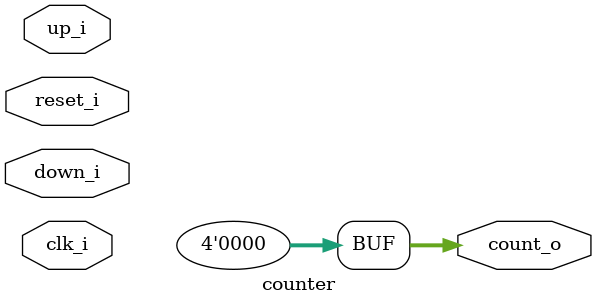
<source format=sv>
module counter
  #(parameter width_p = 4)
   (input [0:0] clk_i
   ,input [0:0] reset_i
   ,input [0:0] up_i
   ,input [0:0] down_i
   ,output [width_p-1:0] count_o);

   // Your code here:
  wire [0:0] enable;
  wire [0:0] new_up;
  wire [0:0] xor_out;
  wire [0:0] inv_count;
  wire [0:0] incdec_select;

  xor2
    #()
  xor_inst_enable
    (.a_i(up_i)
    ,.b_i(down_i)
    ,.c_o(enable)
    );

  //initial count_o <= 0; 
  assign count_o = 0;
  for (genvar i = 0; i < width_p-1; i++) begin: gen_counterLoop
    inv
      #()
    inv_inst
      (.a_i(count_o[i])
      ,.b_o(inv_count)
      );
    
    mux2
      #()
    mux2_inst
      (.a_i(count_o[i])
      ,.b_i(inv_count)
      ,.select_i(down_i)
      ,.c_o(incdec_select)
      );
    
    xor2
      #()
    xor_inst
      (.a_i(new_up)
      ,.b_i(incdec_select)
      ,.c_o(xor_out)
      );
   
    dff
      #()
    dff_inst
      (.clk_i(clk_i)
      ,.reset_i(reset_i)
      ,.d_i(xor_out)
      ,.en_i(enable)
      ,.q_o(count_o[i])
      );
  
    and2
      #()
    and_inst
      (.a_i(up_i)
      ,.b_i(count_o[i])
      ,.c_o(new_up)
      );
  end
  inv
    #()
  inv_inst_final
    (.a_i(count_o[width_p-1])
    ,.b_o(inv_count)
    );
  
  mux2
    #()
  mux2_inst_final
    (.a_i(count_o[width_p-1])
    ,.b_i(inv_count)
    ,.select_i(down_i)
    ,.c_o(incdec_select)
    );

  xor2
    #()
  xor_inst_last
    (.a_i(new_up)
    ,.b_i(incdec_select)
    ,.c_o(xor_out)
    );

  dff
    #()
  dff_inst_last
    (.clk_i(clk_i)
    ,.reset_i(reset_i)
    ,.d_i(xor_out)
    ,.en_i(enable)
    ,.q_o(count_o[width_p-1])
    );

endmodule

</source>
